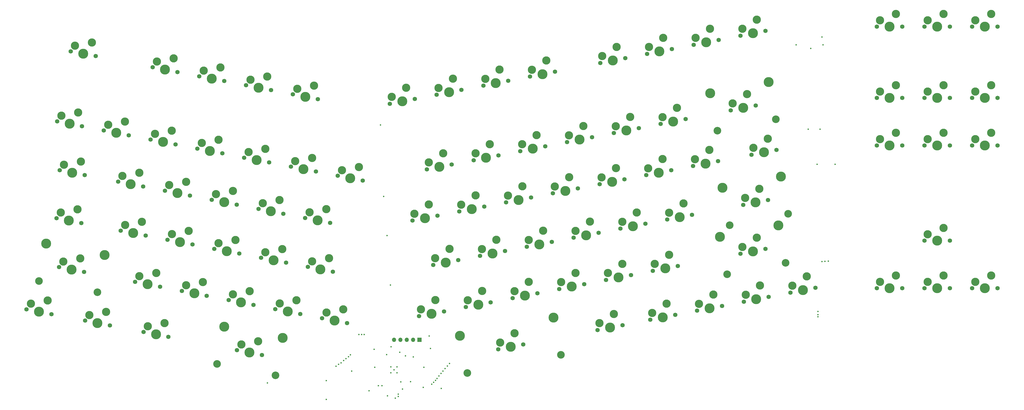
<source format=gbr>
%TF.GenerationSoftware,KiCad,Pcbnew,8.0.4*%
%TF.CreationDate,2024-09-01T12:40:52+09:00*%
%TF.ProjectId,ttaelgam,74746165-6c67-4616-9d2e-6b696361645f,rev?*%
%TF.SameCoordinates,Original*%
%TF.FileFunction,Soldermask,Top*%
%TF.FilePolarity,Negative*%
%FSLAX46Y46*%
G04 Gerber Fmt 4.6, Leading zero omitted, Abs format (unit mm)*
G04 Created by KiCad (PCBNEW 8.0.4) date 2024-09-01 12:40:52*
%MOMM*%
%LPD*%
G01*
G04 APERTURE LIST*
%ADD10C,3.048000*%
%ADD11C,3.987800*%
%ADD12C,1.750000*%
%ADD13C,3.300000*%
%ADD14O,1.700000X1.700000*%
%ADD15R,1.700000X1.700000*%
%ADD16C,0.600000*%
G04 APERTURE END LIST*
D10*
%TO.C,S63*%
X423623821Y-226170754D03*
D11*
X420715892Y-211210756D03*
D10*
X400248824Y-230714392D03*
D11*
X397340895Y-215754395D03*
%TD*%
D10*
%TO.C,S82*%
X332718655Y-282654035D03*
D11*
X329810726Y-267694036D03*
D10*
X295318659Y-289923857D03*
D11*
X292410730Y-274963859D03*
%TD*%
D10*
%TO.C,S30*%
X418691498Y-188316394D03*
D11*
X415783569Y-173356396D03*
D10*
X395316501Y-192860032D03*
D11*
X392408572Y-177900035D03*
%TD*%
D10*
%TO.C,S81*%
X218591636Y-290832583D03*
D11*
X221499565Y-275872586D03*
D10*
X195216639Y-286288945D03*
D11*
X198124568Y-271328947D03*
%TD*%
D10*
%TO.C,S76*%
X422583732Y-245779479D03*
D11*
X419675803Y-230819481D03*
D10*
X399208735Y-250323117D03*
D11*
X396300806Y-235363120D03*
%TD*%
D10*
%TO.C,S64*%
X147426556Y-257592940D03*
D11*
X150334485Y-242632943D03*
D10*
X124051559Y-253049302D03*
D11*
X126959488Y-238089304D03*
%TD*%
D12*
%TO.C,MX52*%
X166730933Y-234823044D03*
D11*
X161744267Y-233853734D03*
D12*
X156757601Y-232884424D03*
D13*
X158488922Y-230633419D03*
X165206910Y-229351723D03*
%TD*%
D12*
%TO.C,MX2*%
X179453123Y-169373051D03*
D11*
X174466457Y-168403741D03*
D12*
X169479791Y-167434431D03*
D13*
X171211112Y-165183426D03*
X177929100Y-163901730D03*
%TD*%
D12*
%TO.C,MX55*%
X222830927Y-245727778D03*
D11*
X217844261Y-244758468D03*
D12*
X212857595Y-243789158D03*
D13*
X214588916Y-241538153D03*
X221306904Y-240256457D03*
%TD*%
D12*
%TO.C,MX18*%
X159975758Y-194696864D03*
D11*
X154989092Y-193727554D03*
D12*
X150002426Y-192758244D03*
D13*
X151733747Y-190507239D03*
X158451735Y-189225543D03*
%TD*%
D12*
%TO.C,MX24*%
X289107879Y-206389162D03*
D11*
X284121213Y-207358472D03*
D12*
X279134547Y-208327782D03*
D13*
X279896559Y-205592121D03*
X285645236Y-201887151D03*
%TD*%
D12*
%TO.C,MX69*%
X247246012Y-269880143D03*
D11*
X242259346Y-268910833D03*
D12*
X237272680Y-267941523D03*
D13*
X239004001Y-265690518D03*
X245721989Y-264408822D03*
%TD*%
D12*
%TO.C,MX66*%
X191146019Y-258975408D03*
D11*
X186159353Y-258006098D03*
D12*
X181172687Y-257036788D03*
D13*
X182904008Y-254785783D03*
X189621996Y-253504087D03*
%TD*%
D12*
%TO.C,MX84*%
X378447515Y-266649508D03*
D11*
X373460849Y-267618818D03*
D12*
X368474183Y-268588128D03*
D13*
X369236195Y-265852467D03*
X374984872Y-262147497D03*
%TD*%
D12*
%TO.C,MX58*%
X310402700Y-241062974D03*
D11*
X305416034Y-242032284D03*
D12*
X300429368Y-243001594D03*
D13*
X301191380Y-240265933D03*
X306940057Y-236560963D03*
%TD*%
D12*
%TO.C,MX64*%
X142058524Y-249433766D03*
D11*
X137071858Y-248464456D03*
D12*
X132085192Y-247495146D03*
D13*
X133816513Y-245244141D03*
X140534501Y-243962445D03*
%TD*%
D12*
%TO.C,MX78*%
X129073614Y-266316308D03*
D11*
X124086948Y-265346998D03*
D12*
X119100282Y-264377688D03*
D13*
X120831603Y-262126683D03*
X127549591Y-260844987D03*
%TD*%
D12*
%TO.C,MX73*%
X342087608Y-254310605D03*
D11*
X337100942Y-255279915D03*
D12*
X332114276Y-256249225D03*
D13*
X332876288Y-253513564D03*
X338624965Y-249808594D03*
%TD*%
D12*
%TO.C,MX61*%
X366502693Y-230158240D03*
D11*
X361516027Y-231127550D03*
D12*
X356529361Y-232096860D03*
D13*
X357291373Y-229361199D03*
X363040050Y-225656229D03*
%TD*%
D12*
%TO.C,MX63*%
X415590188Y-220616598D03*
D11*
X410603522Y-221585908D03*
D12*
X405616856Y-222555218D03*
D13*
X406378868Y-219819557D03*
X412127545Y-216114587D03*
%TD*%
D12*
%TO.C,MX89*%
X488297648Y-255956553D03*
D11*
X483217648Y-255956553D03*
D12*
X478137648Y-255956553D03*
D13*
X479407648Y-253416553D03*
X485757648Y-250876553D03*
%TD*%
D12*
%TO.C,MX22*%
X234775749Y-209236510D03*
D11*
X229789083Y-208267200D03*
D12*
X224802417Y-207297890D03*
D13*
X226533738Y-205046885D03*
X233251726Y-203765189D03*
%TD*%
D12*
%TO.C,MX44*%
X358192782Y-212366970D03*
D11*
X353206116Y-213336280D03*
D12*
X348219450Y-214305590D03*
D13*
X348981462Y-211569929D03*
X354730139Y-207864959D03*
%TD*%
D12*
%TO.C,MX67*%
X209846016Y-262610320D03*
D11*
X204859350Y-261641010D03*
D12*
X199872684Y-260671700D03*
D13*
X201604005Y-258420695D03*
X208321993Y-257138999D03*
%TD*%
D12*
%TO.C,MX74*%
X360787606Y-250675694D03*
D11*
X355800940Y-251645004D03*
D12*
X350814274Y-252614314D03*
D13*
X351576286Y-249878653D03*
X357324963Y-246173683D03*
%TD*%
D12*
%TO.C,MX36*%
X184390843Y-218849229D03*
D11*
X179404177Y-217879919D03*
D12*
X174417511Y-216910609D03*
D13*
X176148832Y-214659604D03*
X182866820Y-213377908D03*
%TD*%
D12*
%TO.C,MX39*%
X240490836Y-229753963D03*
D11*
X235504170Y-228784653D03*
D12*
X230517504Y-227815343D03*
D13*
X232248825Y-225564338D03*
X238966813Y-224282642D03*
%TD*%
D12*
%TO.C,MX88*%
X469247648Y-255956553D03*
D11*
X464167648Y-255956553D03*
D12*
X459087648Y-255956553D03*
D13*
X460357648Y-253416553D03*
X466707648Y-250876553D03*
%TD*%
D12*
%TO.C,MX19*%
X178675755Y-198331776D03*
D11*
X173689089Y-197362466D03*
D12*
X168702423Y-196393156D03*
D13*
X170433744Y-194142151D03*
X177151732Y-192860455D03*
%TD*%
D12*
%TO.C,MX3*%
X198153121Y-173007963D03*
D11*
X193166455Y-172038653D03*
D12*
X188179789Y-171069343D03*
D13*
X189911110Y-168818338D03*
X196629098Y-167536642D03*
%TD*%
D12*
%TO.C,MX71*%
X304687612Y-261580428D03*
D11*
X299700946Y-262549738D03*
D12*
X294714280Y-263519048D03*
D13*
X295476292Y-260783387D03*
X301224969Y-257078417D03*
%TD*%
D12*
%TO.C,MX27*%
X345207872Y-195484428D03*
D11*
X340221206Y-196453738D03*
D12*
X335234540Y-197423048D03*
D13*
X335996552Y-194687387D03*
X341745229Y-190982417D03*
%TD*%
D12*
%TO.C,MX5*%
X235553116Y-180277785D03*
D11*
X230566450Y-179308475D03*
D12*
X225579784Y-178339165D03*
D13*
X227311105Y-176088160D03*
X234029093Y-174806464D03*
%TD*%
D12*
%TO.C,MX76*%
X414550099Y-240225323D03*
D11*
X409563433Y-241194633D03*
D12*
X404576767Y-242163943D03*
D13*
X405338779Y-239428282D03*
X411087456Y-235723312D03*
%TD*%
D12*
%TO.C,MX9*%
X330405506Y-169251887D03*
D11*
X325418840Y-170221197D03*
D12*
X320432174Y-171190507D03*
D13*
X321194186Y-168454846D03*
X326942863Y-164749876D03*
%TD*%
D12*
%TO.C,MX13*%
X414555496Y-152894786D03*
D11*
X409568830Y-153864096D03*
D12*
X404582164Y-154833406D03*
D13*
X405344176Y-152097745D03*
X411092853Y-148392775D03*
%TD*%
D12*
%TO.C,MX21*%
X216075751Y-205601598D03*
D11*
X211089085Y-204632288D03*
D12*
X206102419Y-203662978D03*
D13*
X207833740Y-201411973D03*
X214551728Y-200130277D03*
%TD*%
D12*
%TO.C,MX33*%
X507347648Y-179756553D03*
D11*
X502267648Y-179756553D03*
D12*
X497187648Y-179756553D03*
D13*
X498457648Y-177216553D03*
X504807648Y-174676553D03*
%TD*%
D12*
%TO.C,MX26*%
X326507874Y-199119339D03*
D11*
X321521208Y-200088649D03*
D12*
X316534542Y-201057959D03*
D13*
X317296554Y-198322298D03*
X323045231Y-194617328D03*
%TD*%
D12*
%TO.C,MX12*%
X395855499Y-156529697D03*
D11*
X390868833Y-157499007D03*
D12*
X385882167Y-158468317D03*
D13*
X386644179Y-155732656D03*
X392392856Y-152027686D03*
%TD*%
D12*
%TO.C,MX16*%
X507347648Y-151181553D03*
D11*
X502267648Y-151181553D03*
D12*
X497187648Y-151181553D03*
D13*
X498457648Y-148641553D03*
X504807648Y-146101553D03*
%TD*%
D12*
%TO.C,MX34*%
X142315848Y-210670679D03*
D11*
X137329182Y-209701369D03*
D12*
X132342516Y-208732059D03*
D13*
X134073837Y-206481054D03*
X140791825Y-205199358D03*
%TD*%
D12*
%TO.C,MX40*%
X283392791Y-226906616D03*
D11*
X278406125Y-227875926D03*
D12*
X273419459Y-228845236D03*
D13*
X274181471Y-226109575D03*
X279930148Y-222404605D03*
%TD*%
D12*
%TO.C,MX82*%
X317672522Y-278462970D03*
D11*
X312685856Y-279432280D03*
D12*
X307699190Y-280401590D03*
D13*
X308461202Y-277665929D03*
X314209879Y-273960959D03*
%TD*%
D12*
%TO.C,MX43*%
X339492785Y-216001881D03*
D11*
X334506119Y-216971191D03*
D12*
X329519453Y-217940501D03*
D13*
X330281465Y-215204840D03*
X336030142Y-211499870D03*
%TD*%
D12*
%TO.C,MX30*%
X410657865Y-182762238D03*
D11*
X405671199Y-183731548D03*
D12*
X400684533Y-184700858D03*
D13*
X401446545Y-181965197D03*
X407195222Y-178260227D03*
%TD*%
D12*
%TO.C,MX7*%
X293005510Y-176521710D03*
D11*
X288018844Y-177491020D03*
D12*
X283032178Y-178460330D03*
D13*
X283794190Y-175724669D03*
X289542867Y-172019699D03*
%TD*%
D12*
%TO.C,MX68*%
X228546014Y-266245231D03*
D11*
X223559348Y-265275921D03*
D12*
X218572682Y-264306611D03*
D13*
X220304003Y-262055606D03*
X227021991Y-260773910D03*
%TD*%
D12*
%TO.C,MX17*%
X141275760Y-191061953D03*
D11*
X136289094Y-190092643D03*
D12*
X131302428Y-189123333D03*
D13*
X133033749Y-186872328D03*
X139751737Y-185590632D03*
%TD*%
D12*
%TO.C,MX35*%
X165690845Y-215214318D03*
D11*
X160704179Y-214245008D03*
D12*
X155717513Y-213275698D03*
D13*
X157448834Y-211024693D03*
X164166822Y-209742997D03*
%TD*%
D12*
%TO.C,MX4*%
X216853119Y-176642874D03*
D11*
X211866453Y-175673564D03*
D12*
X206879787Y-174704254D03*
D13*
X208611108Y-172453249D03*
X215329096Y-171171553D03*
%TD*%
D12*
%TO.C,MX8*%
X311705508Y-172886798D03*
D11*
X306718842Y-173856108D03*
D12*
X301732176Y-174825418D03*
D13*
X302494188Y-172089757D03*
X308242865Y-168384787D03*
%TD*%
D12*
%TO.C,MX1*%
X146728127Y-163011956D03*
D11*
X141741461Y-162042646D03*
D12*
X136754795Y-161073336D03*
D13*
X138486116Y-158822331D03*
X145204104Y-157540635D03*
%TD*%
D12*
%TO.C,MX49*%
X488297648Y-198806553D03*
D11*
X483217648Y-198806553D03*
D12*
X478137648Y-198806553D03*
D13*
X479407648Y-196266553D03*
X485757648Y-193726553D03*
%TD*%
D14*
%TO.C,J3*%
X266007036Y-276600614D03*
X268547036Y-276600614D03*
X271087037Y-276600614D03*
X273627036Y-276600614D03*
D15*
X276167036Y-276600614D03*
%TD*%
D12*
%TO.C,MX83*%
X357410018Y-270738783D03*
D11*
X352423352Y-271708093D03*
D12*
X347436686Y-272677403D03*
D13*
X348198698Y-269941742D03*
X353947375Y-266236772D03*
%TD*%
D12*
%TO.C,MX48*%
X469247648Y-198806553D03*
D11*
X464167648Y-198806553D03*
D12*
X459087648Y-198806553D03*
D13*
X460357648Y-196266553D03*
X466707648Y-193726553D03*
%TD*%
D12*
%TO.C,MX62*%
X385202691Y-226523329D03*
D11*
X380216025Y-227492639D03*
D12*
X375229359Y-228461949D03*
D13*
X375991371Y-225726288D03*
X381740048Y-222021318D03*
%TD*%
D12*
%TO.C,MX75*%
X379487603Y-247040782D03*
D11*
X374500937Y-248010092D03*
D12*
X369514271Y-248979402D03*
D13*
X370276283Y-246243741D03*
X376024960Y-242538771D03*
%TD*%
D12*
%TO.C,MX25*%
X307807876Y-202754251D03*
D11*
X302821210Y-203723561D03*
D12*
X297834544Y-204692871D03*
D13*
X298596556Y-201957210D03*
X304345233Y-198252240D03*
%TD*%
D12*
%TO.C,MX32*%
X488297648Y-179756553D03*
D11*
X483217648Y-179756553D03*
D12*
X478137648Y-179756553D03*
D13*
X479407648Y-177216553D03*
X485757648Y-174676553D03*
%TD*%
D12*
%TO.C,MX15*%
X488297648Y-151181553D03*
D11*
X483217648Y-151181553D03*
D12*
X478137648Y-151181553D03*
D13*
X479407648Y-148641553D03*
X485757648Y-146101553D03*
%TD*%
D12*
%TO.C,MX41*%
X302092789Y-223271704D03*
D11*
X297106123Y-224241014D03*
D12*
X292119457Y-225210324D03*
D13*
X292881469Y-222474663D03*
X298630146Y-218769693D03*
%TD*%
D12*
%TO.C,MX86*%
X415847511Y-259379685D03*
D11*
X410860845Y-260348995D03*
D12*
X405874179Y-261318305D03*
D13*
X406636191Y-258582644D03*
X412384868Y-254877674D03*
%TD*%
D12*
%TO.C,MX60*%
X347802695Y-233793151D03*
D11*
X342816029Y-234762461D03*
D12*
X337829363Y-235731771D03*
D13*
X338591375Y-232996110D03*
X344340052Y-229291140D03*
%TD*%
D12*
%TO.C,MX10*%
X358455503Y-163799520D03*
D11*
X353468837Y-164768830D03*
D12*
X348482171Y-165738140D03*
D13*
X349244183Y-163002479D03*
X354992860Y-159297509D03*
%TD*%
D12*
%TO.C,MX81*%
X213223604Y-282673409D03*
D11*
X208236938Y-281704099D03*
D12*
X203250272Y-280734789D03*
D13*
X204981593Y-278483784D03*
X211699581Y-277202088D03*
%TD*%
D12*
%TO.C,MX65*%
X172446021Y-255340497D03*
D11*
X167459355Y-254371187D03*
D12*
X162472689Y-253401877D03*
D13*
X164204010Y-251150872D03*
X170921998Y-249869176D03*
%TD*%
D12*
%TO.C,MX14*%
X469247648Y-151181553D03*
D11*
X464167648Y-151181553D03*
D12*
X459087648Y-151181553D03*
D13*
X460357648Y-148641553D03*
X466707648Y-146101553D03*
%TD*%
D12*
%TO.C,MX38*%
X221790839Y-226119052D03*
D11*
X216804173Y-225149742D03*
D12*
X211817507Y-224180432D03*
D13*
X213548828Y-221929427D03*
X220266816Y-220647731D03*
%TD*%
D12*
%TO.C,MX46*%
X395592778Y-205097147D03*
D11*
X390606112Y-206066457D03*
D12*
X385619446Y-207035767D03*
D13*
X386381458Y-204300106D03*
X392130135Y-200595136D03*
%TD*%
D12*
%TO.C,MX53*%
X185430931Y-238457955D03*
D11*
X180444265Y-237488645D03*
D12*
X175457599Y-236519335D03*
D13*
X177188920Y-234268330D03*
X183906908Y-232986634D03*
%TD*%
D12*
%TO.C,MX29*%
X382607868Y-188214605D03*
D11*
X377621202Y-189183915D03*
D12*
X372634536Y-190153225D03*
D13*
X373396548Y-187417564D03*
X379145225Y-183712594D03*
%TD*%
D12*
%TO.C,MX23*%
X253475747Y-212871421D03*
D11*
X248489081Y-211902111D03*
D12*
X243502415Y-210932801D03*
D13*
X245233736Y-208681796D03*
X251951724Y-207400100D03*
%TD*%
D12*
%TO.C,MX31*%
X469247648Y-179756553D03*
D11*
X464167648Y-179756553D03*
D12*
X459087648Y-179756553D03*
D13*
X460357648Y-177216553D03*
X466707648Y-174676553D03*
%TD*%
D12*
%TO.C,MX37*%
X203090841Y-222484141D03*
D11*
X198104175Y-221514831D03*
D12*
X193117509Y-220545521D03*
D13*
X194848830Y-218294516D03*
X201566818Y-217012820D03*
%TD*%
D12*
%TO.C,MX42*%
X320792787Y-219636793D03*
D11*
X315806121Y-220606103D03*
D12*
X310819455Y-221575413D03*
D13*
X311581467Y-218839752D03*
X317330144Y-215134782D03*
%TD*%
D12*
%TO.C,MX90*%
X507347648Y-255956553D03*
D11*
X502267648Y-255956553D03*
D12*
X497187648Y-255956553D03*
D13*
X498457648Y-253416553D03*
X504807648Y-250876553D03*
%TD*%
D12*
%TO.C,MX45*%
X376892780Y-208732059D03*
D11*
X371906114Y-209701369D03*
D12*
X366919448Y-210670679D03*
D13*
X367681460Y-207935018D03*
X373430137Y-204230048D03*
%TD*%
D12*
%TO.C,MX20*%
X197375753Y-201966687D03*
D11*
X192389087Y-200997377D03*
D12*
X187402421Y-200028067D03*
D13*
X189133742Y-197777062D03*
X195851730Y-196495366D03*
%TD*%
D12*
%TO.C,MX85*%
X397147513Y-263014597D03*
D11*
X392160847Y-263983907D03*
D12*
X387174181Y-264953217D03*
D13*
X387936193Y-262217556D03*
X393684870Y-258512586D03*
%TD*%
D12*
%TO.C,MX50*%
X507347648Y-198806553D03*
D11*
X502267648Y-198806553D03*
D12*
X497187648Y-198806553D03*
D13*
X498457648Y-196266553D03*
X504807648Y-193726553D03*
%TD*%
D12*
%TO.C,MX54*%
X204130929Y-242092866D03*
D11*
X199144263Y-241123556D03*
D12*
X194157597Y-240154246D03*
D13*
X195888918Y-237903241D03*
X202606906Y-236621545D03*
%TD*%
D12*
%TO.C,MX11*%
X377155501Y-160164608D03*
D11*
X372168835Y-161133918D03*
D12*
X367182169Y-162103228D03*
D13*
X367944181Y-159367567D03*
X373692858Y-155662597D03*
%TD*%
D12*
%TO.C,MX80*%
X175823609Y-275403587D03*
D11*
X170836943Y-274434277D03*
D12*
X165850277Y-273464967D03*
D13*
X167581598Y-271213962D03*
X174299586Y-269932266D03*
%TD*%
D12*
%TO.C,MX28*%
X363907870Y-191849517D03*
D11*
X358921204Y-192818827D03*
D12*
X353934538Y-193788137D03*
D13*
X354696550Y-191052476D03*
X360445227Y-187347506D03*
%TD*%
D12*
%TO.C,MX57*%
X291702702Y-244697886D03*
D11*
X286716036Y-245667196D03*
D12*
X281729370Y-246636506D03*
D13*
X282491382Y-243900845D03*
X288240059Y-240195875D03*
%TD*%
D12*
%TO.C,MX59*%
X329102698Y-237428063D03*
D11*
X324116032Y-238397373D03*
D12*
X319129366Y-239366683D03*
D13*
X319891378Y-236631022D03*
X325640055Y-232926052D03*
%TD*%
D12*
%TO.C,MX47*%
X418967775Y-200553508D03*
D11*
X413981109Y-201522818D03*
D12*
X408994443Y-202492128D03*
D13*
X409756455Y-199756467D03*
X415505132Y-196051497D03*
%TD*%
D12*
%TO.C,MX6*%
X274305513Y-180156621D03*
D11*
X269318847Y-181125931D03*
D12*
X264332181Y-182095241D03*
D13*
X265094193Y-179359580D03*
X270842870Y-175654610D03*
%TD*%
D12*
%TO.C,MX79*%
X152448611Y-270859948D03*
D11*
X147461945Y-269890638D03*
D12*
X142475279Y-268921328D03*
D13*
X144206600Y-266670323D03*
X150924588Y-265388627D03*
%TD*%
D12*
%TO.C,MX56*%
X241530925Y-249362689D03*
D11*
X236544259Y-248393379D03*
D12*
X231557593Y-247424069D03*
D13*
X233288914Y-245173064D03*
X240006902Y-243891368D03*
%TD*%
D12*
%TO.C,MX70*%
X285987614Y-265215339D03*
D11*
X281000948Y-266184649D03*
D12*
X276014282Y-267153959D03*
D13*
X276776294Y-264418298D03*
X282524971Y-260713328D03*
%TD*%
D12*
%TO.C,MX77*%
X488297648Y-236906553D03*
D11*
X483217648Y-236906553D03*
D12*
X478137648Y-236906553D03*
D13*
X479407648Y-234366553D03*
X485757648Y-231826553D03*
%TD*%
D12*
%TO.C,MX72*%
X323387610Y-257945516D03*
D11*
X318400944Y-258914826D03*
D12*
X313414278Y-259884136D03*
D13*
X314176290Y-257148475D03*
X319924967Y-253443505D03*
%TD*%
D12*
%TO.C,MX51*%
X141018436Y-229825040D03*
D11*
X136031770Y-228855730D03*
D12*
X131045104Y-227886420D03*
D13*
X132776425Y-225635415D03*
X139494413Y-224353719D03*
%TD*%
D12*
%TO.C,MX87*%
X434547509Y-255744774D03*
D11*
X429560843Y-256714084D03*
D12*
X424574177Y-257683394D03*
D13*
X425336189Y-254947733D03*
X431084866Y-251242763D03*
%TD*%
D16*
X280609740Y-280096311D03*
X288209736Y-286096311D03*
X287409740Y-287096311D03*
X286409740Y-288096311D03*
X285609740Y-289096311D03*
X284809740Y-290096311D03*
X284009740Y-291096311D03*
X283209740Y-292096311D03*
X282609740Y-292896437D03*
X281859740Y-293646311D03*
X281109740Y-294396311D03*
X246859745Y-284146306D03*
X247859740Y-283396311D03*
X242859740Y-287146311D03*
X244859740Y-285821311D03*
X245859740Y-284896311D03*
X248609740Y-282646311D03*
X259809740Y-294996311D03*
X280109740Y-275096311D03*
X264609740Y-254696311D03*
X254109740Y-274496311D03*
X263209740Y-234896311D03*
X253109740Y-274496311D03*
X261909740Y-219196311D03*
X252009740Y-274496311D03*
X260609740Y-190596311D03*
X437109740Y-245296311D03*
X435509740Y-265296311D03*
X435509740Y-267396311D03*
X435509740Y-266496311D03*
X438309740Y-245196311D03*
X439672240Y-245133811D03*
X284909740Y-296096311D03*
X215409740Y-293896311D03*
X273709740Y-283496311D03*
X249147036Y-289100614D03*
X238947037Y-292900614D03*
X238947037Y-300500615D03*
X277709740Y-295667622D03*
X258367273Y-287592623D03*
X258044480Y-280392623D03*
X272619480Y-293386572D03*
X278009740Y-287600613D03*
X267209740Y-287396311D03*
X437109740Y-155396311D03*
X264809739Y-287396311D03*
X266009760Y-288596301D03*
X432628506Y-159939774D03*
X264847037Y-279400614D03*
X264809740Y-289796311D03*
X267744479Y-299267622D03*
X269394480Y-296317622D03*
X263069480Y-282563638D03*
X256019479Y-296986571D03*
X261219480Y-294986570D03*
X267209741Y-289796311D03*
X266546572Y-299942622D03*
X270609740Y-282996311D03*
X267694480Y-298367623D03*
X263419479Y-299042622D03*
X268719479Y-293417622D03*
X268294480Y-281567623D03*
X437609740Y-158496311D03*
X426809740Y-158496311D03*
X431609740Y-192296311D03*
X436409740Y-192296311D03*
X442409740Y-206296311D03*
X435209740Y-206296311D03*
X243859740Y-286396311D03*
M02*

</source>
